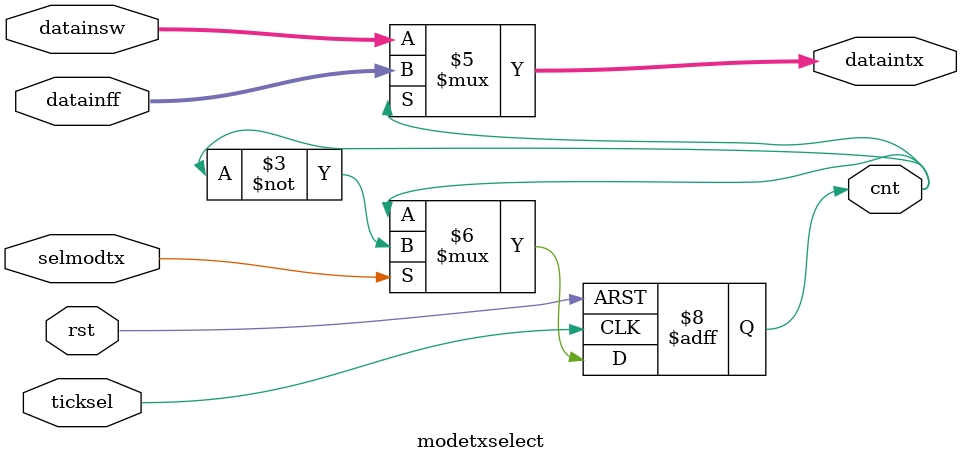
<source format=v>
module modetxselect(
input selmodtx, ticksel, rst,
input [7:0] datainsw,
input [7:0] datainff,

output [7:0] dataintx,
output reg cnt
);


always@(posedge ticksel, negedge rst)
begin
	if(!rst)
		begin
		cnt <= 1'b0;
		end
	else
		if(selmodtx)
			begin
			cnt <= ~cnt;
			end
end

assign dataintx = (cnt==1'b0)? datainsw : datainff;

endmodule

</source>
